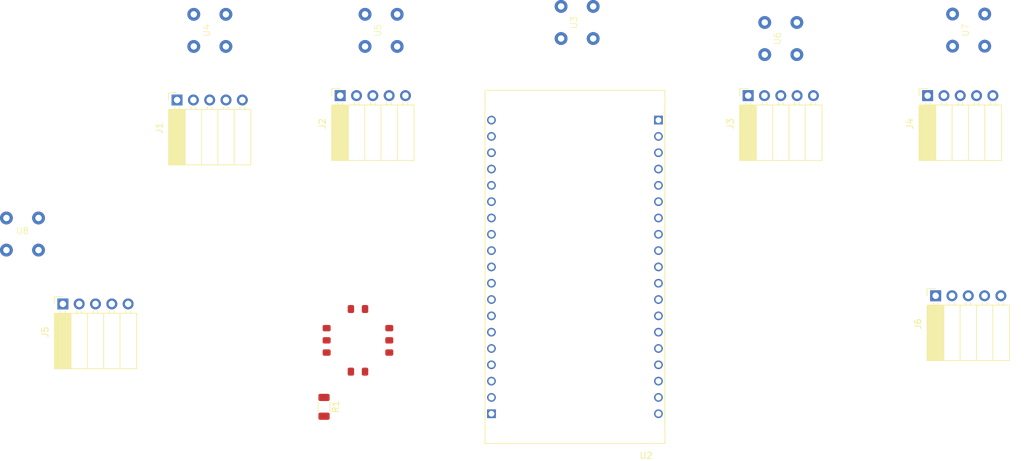
<source format=kicad_pcb>
(kicad_pcb (version 20240108) (generator "pcbnew") (generator_version "8.0")
  (layers (0 "F.Cu" signal) (31 "B.Cu" signal) (34 "B.Paste" user) (35 "F.Paste" user) (36 "B.SilkS" user "B.Silkscreen") (37 "F.SilkS" user "F.Silkscreen") (38 "B.Mask" user) (39 "F.Mask" user) (44 "Edge.Cuts" user))
  (net 0 "")
  (net 1 "CELL4-")
  (net 2 "Net-(J1-Pin_2)")
  (net 3 "Net-(J1-Pin_1)")
  (net 5 "Net-(J1-Pin_3)")
  (net 8 "VRX1")
  (net 9 "SW1")
  (net 10 "VRY2")
  (net 12 "VRY1")
  (net 15 "VRX2")
  (net 27 "+5V")
  (net 28 "GND")
  (net 29 "CELL2+")
  (net 30 "CELL3+")
  (net 31 "CELL4+")
  (net 32 "CELL1+")
  (net 44 "SW2")
  (net 45 "Net-(R1-Pad1)")
  (net 46 "BUT5")
  (net 47 "BUT1")
  (net 48 "BUT3")
  (net 49 "BUT4")
  (net 50 "BUT2")
  (footprint "Connector_PinSocket_2.54mm:PinSocket_1x05_P2.54mm_Horizontal" (layer "F.Cu") (at 175.26 82.55 90)
    (property "Reference" "J3" (at -4.38 -2.77 90) (layer "F.SilkS"))
    (property "Value" "Conn_01x05_Socket")
    (fp_line (start 1.11 -1.33) (end 1.11 0) (stroke (width 0.12)) (layer "F.SilkS"))
    (fp_line (start 0 -1.33) (end 1.11 -1.33) (stroke (width 0.12)) (layer "F.SilkS"))
    (fp_line (start -1.46 -1.33) (end -1.46 11.49) (stroke (width 0.12)) (layer "F.SilkS"))
    (fp_line (start -10.09 -1.33) (end -1.46 -1.33) (stroke (width 0.12)) (layer "F.SilkS"))
    (fp_line (start -10.09 -1.33) (end -10.09 11.49) (stroke (width 0.12)) (layer "F.SilkS"))
    (fp_line (start -10.09 -1.21) (end -1.46 -1.21) (stroke (width 0.12)) (layer "F.SilkS"))
    (fp_line (start -10.09 -1.091905) (end -1.46 -1.091905) (stroke (width 0.12)) (layer "F.SilkS"))
    (fp_line (start -10.09 -0.97381) (end -1.46 -0.97381) (stroke (width 0.12)) (layer "F.SilkS"))
    (fp_line (start -10.09 -0.855715) (end -1.46 -0.855715) (stroke (width 0.12)) (layer "F.SilkS"))
    (fp_line (start -10.09 -0.73762) (end -1.46 -0.73762) (stroke (width 0.12)) (layer "F.SilkS"))
    (fp_line (start -10.09 -0.619525) (end -1.46 -0.619525) (stroke (width 0.12)) (layer "F.SilkS"))
    (fp_line (start -10.09 -0.50143) (end -1.46 -0.50143) (stroke (width 0.12)) (layer "F.SilkS"))
    (fp_line (start -10.09 -0.383335) (end -1.46 -0.383335) (stroke (width 0.12)) (layer "F.SilkS"))
    (fp_line (start -1.46 -0.36) (end -1.11 -0.36) (stroke (width 0.12)) (layer "F.SilkS"))
    (fp_line (start -10.09 -0.26524) (end -1.46 -0.26524) (stroke (width 0.12)) (layer "F.SilkS"))
    (fp_line (start -10.09 -0.147145) (end -1.46 -0.147145) (stroke (width 0.12)) (layer "F.SilkS"))
    (fp_line (start -10.09 -0.02905) (end -1.46 -0.02905) (stroke (width 0.12)) (layer "F.SilkS"))
    (fp_line (start -10.09 0.089045) (end -1.46 0.089045) (stroke (width 0.12)) (layer "F.SilkS"))
    (fp_line (start -10.09 0.20714) (end -1.46 0.20714) (stroke (width 0.12)) (layer "F.SilkS"))
    (fp_line (start -10.09 0.325235) (end -1.46 0.325235) (stroke (width 0.12)) (layer "F.SilkS"))
    (fp_line (start -1.46 0.36) (end -1.11 0.36) (stroke (width 0.12)) (layer "F.SilkS"))
    (fp_line (start -10.09 0.44333) (end -1.46 0.44333) (stroke (width 0.12)) (layer "F.SilkS"))
    (fp_line (start -10.09 0.561425) (end -1.46 0.561425) (stroke (width 0.12)) (layer "F.SilkS"))
    (fp_line (start -10.09 0.67952) (end -1.46 0.67952) (stroke (width 0.12)) (layer "F.SilkS"))
    (fp_line (start -10.09 0.797615) (end -1.46 0.797615) (stroke (width 0.12)) (layer "F.SilkS"))
    (fp_line (start -10.09 0.91571) (end -1.46 0.91571) (stroke (width 0.12)) (layer "F.SilkS"))
    (fp_line (start -10.09 1.033805) (end -1.46 1.033805) (stroke (width 0.12)) (layer "F.SilkS"))
    (fp_line (start -10.09 1.1519) (end -1.46 1.1519) (stroke (width 0.12)) (layer "F.SilkS"))
    (fp_line (start -10.09 1.27) (end -1.46 1.27) (stroke (width 0.12)) (layer "F.SilkS"))
    (fp_line (start -1.46 2.18) (end -1.05 2.18) (stroke (width 0.12)) (layer "F.SilkS"))
    (fp_line (start -1.46 2.9) (end -1.05 2.9) (stroke (width 0.12)) (layer "F.SilkS"))
    (fp_line (start -10.09 3.81) (end -1.46 3.81) (stroke (width 0.12)) (layer "F.SilkS"))
    (fp_line (start -1.46 4.72) (end -1.05 4.72) (stroke (width 0.12)) (layer "F.SilkS"))
    (fp_line (start -1.46 5.44) (end -1.05 5.44) (stroke (width 0.12)) (layer "F.SilkS"))
    (fp_line (start -10.09 6.35) (end -1.46 6.35) (stroke (width 0.12)) (layer "F.SilkS"))
    (fp_line (start -1.46 7.26) (end -1.05 7.26) (stroke (width 0.12)) (layer "F.SilkS"))
    (fp_line (start -1.46 7.98) (end -1.05 7.98) (stroke (width 0.12)) (layer "F.SilkS"))
    (fp_line (start -10.09 8.89) (end -1.46 8.89) (stroke (width 0.12)) (layer "F.SilkS"))
    (fp_line (start -1.46 9.8) (end -1.05 9.8) (stroke (width 0.12)) (layer "F.SilkS"))
    (fp_line (start -1.46 10.52) (end -1.05 10.52) (stroke (width 0.12)) (layer "F.SilkS"))
    (fp_line (start -10.09 11.49) (end -1.46 11.49) (stroke (width 0.12)) (layer "F.SilkS"))
    (pad "1" thru_hole rect (at 0 0 90) (size 1.7 1.7) (drill 1) (layers "*.Cu" "*.Mask") (net 3 "Net-(J1-Pin_1)"))
    (pad "2" thru_hole oval (at 0 2.54 90) (size 1.7 1.7) (drill 1) (layers "*.Cu" "*.Mask") (net 2 "Net-(J1-Pin_2)"))
    (pad "3" thru_hole oval (at 0 5.08 90) (size 1.7 1.7) (drill 1) (layers "*.Cu" "*.Mask"))
    (pad "4" thru_hole oval (at 0 7.62 90) (size 1.7 1.7) (drill 1) (layers "*.Cu" "*.Mask") (net 30 "CELL3+"))
    (pad "5" thru_hole oval (at 0 10.16 90) (size 1.7 1.7) (drill 1) (layers "*.Cu" "*.Mask") (net 31 "CELL4+"))
  )
  (footprint "Batteriestecker:Batteriestecker" (layer "F.Cu") (at 209.59 72.35 90)
    (property "Reference" "U7" (at 0 -0.5 90) (layer "F.SilkS") (effects (font (thickness 0.1))))
    (property "Value" "~")
    (pad "1" thru_hole circle (at -2.5 -2.5 90) (size 2 2) (drill 1) (layers "*.Cu" "*.Mask") (net 31 "CELL4+"))
    (pad "1" thru_hole circle (at 2.5 -2.5 90) (size 2 2) (drill 1) (layers "*.Cu" "*.Mask") (net 31 "CELL4+"))
    (pad "2" thru_hole circle (at -2.5 2.5 90) (size 2 2) (drill 1) (layers "*.Cu" "*.Mask") (net 1 "CELL4-"))
    (pad "2" thru_hole circle (at 2.5 2.5 90) (size 2 2) (drill 1) (layers "*.Cu" "*.Mask") (net 1 "CELL4-"))
  )
  (footprint "Connector_PinSocket_2.54mm:PinSocket_1x05_P2.54mm_Horizontal" (layer "F.Cu") (at 86.34 83.23 90)
    (property "Reference" "J1" (at -4.38 -2.77 90) (layer "F.SilkS"))
    (property "Value" "Conn_01x05_Socket")
    (fp_line (start 1.11 -1.33) (end 1.11 0) (stroke (width 0.12)) (layer "F.SilkS"))
    (fp_line (start 0 -1.33) (end 1.11 -1.33) (stroke (width 0.12)) (layer "F.SilkS"))
    (fp_line (start -1.46 -1.33) (end -1.46 11.49) (stroke (width 0.12)) (layer "F.SilkS"))
    (fp_line (start -10.09 -1.33) (end -1.46 -1.33) (stroke (width 0.12)) (layer "F.SilkS"))
    (fp_line (start -10.09 -1.33) (end -10.09 11.49) (stroke (width 0.12)) (layer "F.SilkS"))
    (fp_line (start -10.09 -1.21) (end -1.46 -1.21) (stroke (width 0.12)) (layer "F.SilkS"))
    (fp_line (start -10.09 -1.091905) (end -1.46 -1.091905) (stroke (width 0.12)) (layer "F.SilkS"))
    (fp_line (start -10.09 -0.97381) (end -1.46 -0.97381) (stroke (width 0.12)) (layer "F.SilkS"))
    (fp_line (start -10.09 -0.855715) (end -1.46 -0.855715) (stroke (width 0.12)) (layer "F.SilkS"))
    (fp_line (start -10.09 -0.73762) (end -1.46 -0.73762) (stroke (width 0.12)) (layer "F.SilkS"))
    (fp_line (start -10.09 -0.619525) (end -1.46 -0.619525) (stroke (width 0.12)) (layer "F.SilkS"))
    (fp_line (start -10.09 -0.50143) (end -1.46 -0.50143) (stroke (width 0.12)) (layer "F.SilkS"))
    (fp_line (start -10.09 -0.383335) (end -1.46 -0.383335) (stroke (width 0.12)) (layer "F.SilkS"))
    (fp_line (start -1.46 -0.36) (end -1.11 -0.36) (stroke (width 0.12)) (layer "F.SilkS"))
    (fp_line (start -10.09 -0.26524) (end -1.46 -0.26524) (stroke (width 0.12)) (layer "F.SilkS"))
    (fp_line (start -10.09 -0.147145) (end -1.46 -0.147145) (stroke (width 0.12)) (layer "F.SilkS"))
    (fp_line (start -10.09 -0.02905) (end -1.46 -0.02905) (stroke (width 0.12)) (layer "F.SilkS"))
    (fp_line (start -10.09 0.089045) (end -1.46 0.089045) (stroke (width 0.12)) (layer "F.SilkS"))
    (fp_line (start -10.09 0.20714) (end -1.46 0.20714) (stroke (width 0.12)) (layer "F.SilkS"))
    (fp_line (start -10.09 0.325235) (end -1.46 0.325235) (stroke (width 0.12)) (layer "F.SilkS"))
    (fp_line (start -1.46 0.36) (end -1.11 0.36) (stroke (width 0.12)) (layer "F.SilkS"))
    (fp_line (start -10.09 0.44333) (end -1.46 0.44333) (stroke (width 0.12)) (layer "F.SilkS"))
    (fp_line (start -10.09 0.561425) (end -1.46 0.561425) (stroke (width 0.12)) (layer "F.SilkS"))
    (fp_line (start -10.09 0.67952) (end -1.46 0.67952) (stroke (width 0.12)) (layer "F.SilkS"))
    (fp_line (start -10.09 0.797615) (end -1.46 0.797615) (stroke (width 0.12)) (layer "F.SilkS"))
    (fp_line (start -10.09 0.91571) (end -1.46 0.91571) (stroke (width 0.12)) (layer "F.SilkS"))
    (fp_line (start -10.09 1.033805) (end -1.46 1.033805) (stroke (width 0.12)) (layer "F.SilkS"))
    (fp_line (start -10.09 1.1519) (end -1.46 1.1519) (stroke (width 0.12)) (layer "F.SilkS"))
    (fp_line (start -10.09 1.27) (end -1.46 1.27) (stroke (width 0.12)) (layer "F.SilkS"))
    (fp_line (start -1.46 2.18) (end -1.05 2.18) (stroke (width 0.12)) (layer "F.SilkS"))
    (fp_line (start -1.46 2.9) (end -1.05 2.9) (stroke (width 0.12)) (layer "F.SilkS"))
    (fp_line (start -10.09 3.81) (end -1.46 3.81) (stroke (width 0.12)) (layer "F.SilkS"))
    (fp_line (start -1.46 4.72) (end -1.05 4.72) (stroke (width 0.12)) (layer "F.SilkS"))
    (fp_line (start -1.46 5.44) (end -1.05 5.44) (stroke (width 0.12)) (layer "F.SilkS"))
    (fp_line (start -10.09 6.35) (end -1.46 6.35) (stroke (width 0.12)) (layer "F.SilkS"))
    (fp_line (start -1.46 7.26) (end -1.05 7.26) (stroke (width 0.12)) (layer "F.SilkS"))
    (fp_line (start -1.46 7.98) (end -1.05 7.98) (stroke (width 0.12)) (layer "F.SilkS"))
    (fp_line (start -10.09 8.89) (end -1.46 8.89) (stroke (width 0.12)) (layer "F.SilkS"))
    (fp_line (start -1.46 9.8) (end -1.05 9.8) (stroke (width 0.12)) (layer "F.SilkS"))
    (fp_line (start -1.46 10.52) (end -1.05 10.52) (stroke (width 0.12)) (layer "F.SilkS"))
    (fp_line (start -10.09 11.49) (end -1.46 11.49) (stroke (width 0.12)) (layer "F.SilkS"))
    (pad "1" thru_hole rect (at 0 0 90) (size 1.7 1.7) (drill 1) (layers "*.Cu" "*.Mask") (net 3 "Net-(J1-Pin_1)"))
    (pad "2" thru_hole oval (at 0 2.54 90) (size 1.7 1.7) (drill 1) (layers "*.Cu" "*.Mask") (net 2 "Net-(J1-Pin_2)"))
    (pad "3" thru_hole oval (at 0 5.08 90) (size 1.7 1.7) (drill 1) (layers "*.Cu" "*.Mask") (net 5 "Net-(J1-Pin_3)"))
    (pad "4" thru_hole oval (at 0 7.62 90) (size 1.7 1.7) (drill 1) (layers "*.Cu" "*.Mask") (net 32 "CELL1+"))
    (pad "5" thru_hole oval (at 0 10.16 90) (size 1.7 1.7) (drill 1) (layers "*.Cu" "*.Mask") (net 29 "CELL2+"))
  )
  (footprint "Batteriestecker:Batteriestecker" (layer "F.Cu") (at 148.63 71.16 90)
    (property "Reference" "U3" (at 0 -0.5 90) (layer "F.SilkS") (effects (font (thickness 0.1))))
    (property "Value" "~")
    (pad "1" thru_hole circle (at -2.5 -2.5 90) (size 2 2) (drill 1) (layers "*.Cu" "*.Mask") (net 5 "Net-(J1-Pin_3)"))
    (pad "1" thru_hole circle (at 2.5 -2.5 90) (size 2 2) (drill 1) (layers "*.Cu" "*.Mask") (net 5 "Net-(J1-Pin_3)"))
    (pad "2" thru_hole circle (at -2.5 2.5 90) (size 2 2) (drill 1) (layers "*.Cu" "*.Mask") (net 1 "CELL4-"))
    (pad "2" thru_hole circle (at 2.5 2.5 90) (size 2 2) (drill 1) (layers "*.Cu" "*.Mask") (net 1 "CELL4-"))
  )
  (footprint "Batteriestecker:Batteriestecker" (layer "F.Cu") (at 118.11 72.39 90)
    (property "Reference" "U5" (at 0 -0.5 90) (layer "F.SilkS") (effects (font (thickness 0.1))))
    (property "Value" "~")
    (pad "1" thru_hole circle (at -2.5 -2.5 90) (size 2 2) (drill 1) (layers "*.Cu" "*.Mask") (net 29 "CELL2+"))
    (pad "1" thru_hole circle (at 2.5 -2.5 90) (size 2 2) (drill 1) (layers "*.Cu" "*.Mask") (net 29 "CELL2+"))
    (pad "2" thru_hole circle (at -2.5 2.5 90) (size 2 2) (drill 1) (layers "*.Cu" "*.Mask") (net 30 "CELL3+"))
    (pad "2" thru_hole circle (at 2.5 2.5 90) (size 2 2) (drill 1) (layers "*.Cu" "*.Mask") (net 30 "CELL3+"))
  )
  (footprint "Connector_PinSocket_2.54mm:PinSocket_1x05_P2.54mm_Horizontal" (layer "F.Cu") (at 203.2 82.55 90)
    (property "Reference" "J4" (at -4.38 -2.77 90) (layer "F.SilkS"))
    (property "Value" "Conn_01x05_Socket")
    (fp_line (start 1.11 -1.33) (end 1.11 0) (stroke (width 0.12)) (layer "F.SilkS"))
    (fp_line (start 0 -1.33) (end 1.11 -1.33) (stroke (width 0.12)) (layer "F.SilkS"))
    (fp_line (start -1.46 -1.33) (end -1.46 11.49) (stroke (width 0.12)) (layer "F.SilkS"))
    (fp_line (start -10.09 -1.33) (end -1.46 -1.33) (stroke (width 0.12)) (layer "F.SilkS"))
    (fp_line (start -10.09 -1.33) (end -10.09 11.49) (stroke (width 0.12)) (layer "F.SilkS"))
    (fp_line (start -10.09 -1.21) (end -1.46 -1.21) (stroke (width 0.12)) (layer "F.SilkS"))
    (fp_line (start -10.09 -1.091905) (end -1.46 -1.091905) (stroke (width 0.12)) (layer "F.SilkS"))
    (fp_line (start -10.09 -0.97381) (end -1.46 -0.97381) (stroke (width 0.12)) (layer "F.SilkS"))
    (fp_line (start -10.09 -0.855715) (end -1.46 -0.855715) (stroke (width 0.12)) (layer "F.SilkS"))
    (fp_line (start -10.09 -0.73762) (end -1.46 -0.73762) (stroke (width 0.12)) (layer "F.SilkS"))
    (fp_line (start -10.09 -0.619525) (end -1.46 -0.619525) (stroke (width 0.12)) (layer "F.SilkS"))
    (fp_line (start -10.09 -0.50143) (end -1.46 -0.50143) (stroke (width 0.12)) (layer "F.SilkS"))
    (fp_line (start -10.09 -0.383335) (end -1.46 -0.383335) (stroke (width 0.12)) (layer "F.SilkS"))
    (fp_line (start -1.46 -0.36) (end -1.11 -0.36) (stroke (width 0.12)) (layer "F.SilkS"))
    (fp_line (start -10.09 -0.26524) (end -1.46 -0.26524) (stroke (width 0.12)) (layer "F.SilkS"))
    (fp_line (start -10.09 -0.147145) (end -1.46 -0.147145) (stroke (width 0.12)) (layer "F.SilkS"))
    (fp_line (start -10.09 -0.02905) (end -1.46 -0.02905) (stroke (width 0.12)) (layer "F.SilkS"))
    (fp_line (start -10.09 0.089045) (end -1.46 0.089045) (stroke (width 0.12)) (layer "F.SilkS"))
    (fp_line (start -10.09 0.20714) (end -1.46 0.20714) (stroke (width 0.12)) (layer "F.SilkS"))
    (fp_line (start -10.09 0.325235) (end -1.46 0.325235) (stroke (width 0.12)) (layer "F.SilkS"))
    (fp_line (start -1.46 0.36) (end -1.11 0.36) (stroke (width 0.12)) (layer "F.SilkS"))
    (fp_line (start -10.09 0.44333) (end -1.46 0.44333) (stroke (width 0.12)) (layer "F.SilkS"))
    (fp_line (start -10.09 0.561425) (end -1.46 0.561425) (stroke (width 0.12)) (layer "F.SilkS"))
    (fp_line (start -10.09 0.67952) (end -1.46 0.67952) (stroke (width 0.12)) (layer "F.SilkS"))
    (fp_line (start -10.09 0.797615) (end -1.46 0.797615) (stroke (width 0.12)) (layer "F.SilkS"))
    (fp_line (start -10.09 0.91571) (end -1.46 0.91571) (stroke (width 0.12)) (layer "F.SilkS"))
    (fp_line (start -10.09 1.033805) (end -1.46 1.033805) (stroke (width 0.12)) (layer "F.SilkS"))
    (fp_line (start -10.09 1.1519) (end -1.46 1.1519) (stroke (width 0.12)) (layer "F.SilkS"))
    (fp_line (start -10.09 1.27) (end -1.46 1.27) (stroke (width 0.12)) (layer "F.SilkS"))
    (fp_line (start -1.46 2.18) (end -1.05 2.18) (stroke (width 0.12)) (layer "F.SilkS"))
    (fp_line (start -1.46 2.9) (end -1.05 2.9) (stroke (width 0.12)) (layer "F.SilkS"))
    (fp_line (start -10.09 3.81) (end -1.46 3.81) (stroke (width 0.12)) (layer "F.SilkS"))
    (fp_line (start -1.46 4.72) (end -1.05 4.72) (stroke (width 0.12)) (layer "F.SilkS"))
    (fp_line (start -1.46 5.44) (end -1.05 5.44) (stroke (width 0.12)) (layer "F.SilkS"))
    (fp_line (start -10.09 6.35) (end -1.46 6.35) (stroke (width 0.12)) (layer "F.SilkS"))
    (fp_line (start -1.46 7.26) (end -1.05 7.26) (stroke (width 0.12)) (layer "F.SilkS"))
    (fp_line (start -1.46 7.98) (end -1.05 7.98) (stroke (width 0.12)) (layer "F.SilkS"))
    (fp_line (start -10.09 8.89) (end -1.46 8.89) (stroke (width 0.12)) (layer "F.SilkS"))
    (fp_line (start -1.46 9.8) (end -1.05 9.8) (stroke (width 0.12)) (layer "F.SilkS"))
    (fp_line (start -1.46 10.52) (end -1.05 10.52) (stroke (width 0.12)) (layer "F.SilkS"))
    (fp_line (start -10.09 11.49) (end -1.46 11.49) (stroke (width 0.12)) (layer "F.SilkS"))
    (pad "1" thru_hole rect (at 0 0 90) (size 1.7 1.7) (drill 1) (layers "*.Cu" "*.Mask") (net 3 "Net-(J1-Pin_1)"))
    (pad "2" thru_hole oval (at 0 2.54 90) (size 1.7 1.7) (drill 1) (layers "*.Cu" "*.Mask") (net 2 "Net-(J1-Pin_2)"))
    (pad "3" thru_hole oval (at 0 5.08 90) (size 1.7 1.7) (drill 1) (layers "*.Cu" "*.Mask"))
    (pad "4" thru_hole oval (at 0 7.62 90) (size 1.7 1.7) (drill 1) (layers "*.Cu" "*.Mask") (net 31 "CELL4+"))
    (pad "5" thru_hole oval (at 0 10.16 90) (size 1.7 1.7) (drill 1) (layers "*.Cu" "*.Mask") (net 1 "CELL4-"))
  )
  (footprint "Library:Steuerkreuz" (layer "F.Cu") (at 114.505 120.65)
    (property "Reference" "U1" (hide yes))
    (property "Value" "~" (hide yes))
    (pad "1" smd roundrect (at 1.1 4.875 90) (size 1.25 1) (layers "F.Cu" "F.Paste" "F.Mask") (net 47 "BUT1"))
    (pad "2" smd roundrect (at -1.1 4.875 90) (size 1.25 1) (layers "F.Cu" "F.Paste" "F.Mask") (net 50 "BUT2"))
    (pad "3" smd roundrect (at -4.875 1.9 180) (size 1.25 1) (layers "F.Cu" "F.Paste" "F.Mask") (net 45 "Net-(R1-Pad1)"))
    (pad "4" smd roundrect (at -4.875 0 180) (size 1.25 1) (layers "F.Cu" "F.Paste" "F.Mask") (net 48 "BUT3"))
    (pad "5" smd roundrect (at -4.875 -1.9 180) (size 1.25 1) (layers "F.Cu" "F.Paste" "F.Mask") (net 49 "BUT4"))
    (pad "6" smd roundrect (at -1.1 -4.875 270) (size 1.25 1) (layers "F.Cu" "F.Paste" "F.Mask") (net 45 "Net-(R1-Pad1)"))
    (pad "7" smd roundrect (at 1.1 -4.875 270) (size 1.25 1) (layers "F.Cu" "F.Paste" "F.Mask") (net 46 "BUT5"))
    (pad "8" smd roundrect (at 4.875 -1.9) (size 1.25 1) (layers "F.Cu" "F.Paste" "F.Mask") (net 45 "Net-(R1-Pad1)"))
    (pad "9" smd roundrect (at 4.875 0) (size 1.25 1) (layers "F.Cu" "F.Paste" "F.Mask") (net 45 "Net-(R1-Pad1)"))
    (pad "10" smd roundrect (at 4.875 1.9) (size 1.25 1) (layers "F.Cu" "F.Paste" "F.Mask") (net 45 "Net-(R1-Pad1)"))
  )
  (footprint "Batteriestecker:Batteriestecker" (layer "F.Cu") (at 62.27 104.1)
    (property "Reference" "U8" (at 0 -0.5 0) (layer "F.SilkS") (effects (font (thickness 0.1))))
    (property "Value" "~")
    (pad "1" thru_hole circle (at -2.5 -2.5) (size 2 2) (drill 1) (layers "*.Cu" "*.Mask") (net 27 "+5V"))
    (pad "1" thru_hole circle (at 2.5 -2.5) (size 2 2) (drill 1) (layers "*.Cu" "*.Mask") (net 27 "+5V"))
    (pad "2" thru_hole circle (at -2.5 2.5) (size 2 2) (drill 1) (layers "*.Cu" "*.Mask") (net 28 "GND"))
    (pad "2" thru_hole circle (at 2.5 2.5) (size 2 2) (drill 1) (layers "*.Cu" "*.Mask") (net 28 "GND"))
  )
  (footprint "Batteriestecker:Batteriestecker" (layer "F.Cu") (at 180.34 73.66 90)
    (property "Reference" "U6" (at 0 -0.5 90) (layer "F.SilkS") (effects (font (thickness 0.1))))
    (property "Value" "~")
    (pad "1" thru_hole circle (at -2.5 -2.5 90) (size 2 2) (drill 1) (layers "*.Cu" "*.Mask") (net 30 "CELL3+"))
    (pad "1" thru_hole circle (at 2.5 -2.5 90) (size 2 2) (drill 1) (layers "*.Cu" "*.Mask") (net 30 "CELL3+"))
    (pad "2" thru_hole circle (at -2.5 2.5 90) (size 2 2) (drill 1) (layers "*.Cu" "*.Mask") (net 31 "CELL4+"))
    (pad "2" thru_hole circle (at 2.5 2.5 90) (size 2 2) (drill 1) (layers "*.Cu" "*.Mask") (net 31 "CELL4+"))
  )
  (footprint "Connector_PinSocket_2.54mm:PinSocket_1x05_P2.54mm_Horizontal" (layer "F.Cu") (at 111.74 82.55 90)
    (property "Reference" "J2" (at -4.38 -2.77 90) (layer "F.SilkS"))
    (property "Value" "Conn_01x05_Socket")
    (fp_line (start 1.11 -1.33) (end 1.11 0) (stroke (width 0.12)) (layer "F.SilkS"))
    (fp_line (start 0 -1.33) (end 1.11 -1.33) (stroke (width 0.12)) (layer "F.SilkS"))
    (fp_line (start -1.46 -1.33) (end -1.46 11.49) (stroke (width 0.12)) (layer "F.SilkS"))
    (fp_line (start -10.09 -1.33) (end -1.46 -1.33) (stroke (width 0.12)) (layer "F.SilkS"))
    (fp_line (start -10.09 -1.33) (end -10.09 11.49) (stroke (width 0.12)) (layer "F.SilkS"))
    (fp_line (start -10.09 -1.21) (end -1.46 -1.21) (stroke (width 0.12)) (layer "F.SilkS"))
    (fp_line (start -10.09 -1.091905) (end -1.46 -1.091905) (stroke (width 0.12)) (layer "F.SilkS"))
    (fp_line (start -10.09 -0.97381) (end -1.46 -0.97381) (stroke (width 0.12)) (layer "F.SilkS"))
    (fp_line (start -10.09 -0.855715) (end -1.46 -0.855715) (stroke (width 0.12)) (layer "F.SilkS"))
    (fp_line (start -10.09 -0.73762) (end -1.46 -0.73762) (stroke (width 0.12)) (layer "F.SilkS"))
    (fp_line (start -10.09 -0.619525) (end -1.46 -0.619525) (stroke (width 0.12)) (layer "F.SilkS"))
    (fp_line (start -10.09 -0.50143) (end -1.46 -0.50143) (stroke (width 0.12)) (layer "F.SilkS"))
    (fp_line (start -10.09 -0.383335) (end -1.46 -0.383335) (stroke (width 0.12)) (layer "F.SilkS"))
    (fp_line (start -1.46 -0.36) (end -1.11 -0.36) (stroke (width 0.12)) (layer "F.SilkS"))
    (fp_line (start -10.09 -0.26524) (end -1.46 -0.26524) (stroke (width 0.12)) (layer "F.SilkS"))
    (fp_line (start -10.09 -0.147145) (end -1.46 -0.147145) (stroke (width 0.12)) (layer "F.SilkS"))
    (fp_line (start -10.09 -0.02905) (end -1.46 -0.02905) (stroke (width 0.12)) (layer "F.SilkS"))
    (fp_line (start -10.09 0.089045) (end -1.46 0.089045) (stroke (width 0.12)) (layer "F.SilkS"))
    (fp_line (start -10.09 0.20714) (end -1.46 0.20714) (stroke (width 0.12)) (layer "F.SilkS"))
    (fp_line (start -10.09 0.325235) (end -1.46 0.325235) (stroke (width 0.12)) (layer "F.SilkS"))
    (fp_line (start -1.46 0.36) (end -1.11 0.36) (stroke (width 0.12)) (layer "F.SilkS"))
    (fp_line (start -10.09 0.44333) (end -1.46 0.44333) (stroke (width 0.12)) (layer "F.SilkS"))
    (fp_line (start -10.09 0.561425) (end -1.46 0.561425) (stroke (width 0.12)) (layer "F.SilkS"))
    (fp_line (start -10.09 0.67952) (end -1.46 0.67952) (stroke (width 0.12)) (layer "F.SilkS"))
    (fp_line (start -10.09 0.797615) (end -1.46 0.797615) (stroke (width 0.12)) (layer "F.SilkS"))
    (fp_line (start -10.09 0.91571) (end -1.46 0.91571) (stroke (width 0.12)) (layer "F.SilkS"))
    (fp_line (start -10.09 1.033805) (end -1.46 1.033805) (stroke (width 0.12)) (layer "F.SilkS"))
    (fp_line (start -10.09 1.1519) (end -1.46 1.1519) (stroke (width 0.12)) (layer "F.SilkS"))
    (fp_line (start -10.09 1.27) (end -1.46 1.27) (stroke (width 0.12)) (layer "F.SilkS"))
    (fp_line (start -1.46 2.18) (end -1.05 2.18) (stroke (width 0.12)) (layer "F.SilkS"))
    (fp_line (start -1.46 2.9) (end -1.05 2.9) (stroke (width 0.12)) (layer "F.SilkS"))
    (fp_line (start -10.09 3.81) (end -1.46 3.81) (stroke (width 0.12)) (layer "F.SilkS"))
    (fp_line (start -1.46 4.72) (end -1.05 4.72) (stroke (width 0.12)) (layer "F.SilkS"))
    (fp_line (start -1.46 5.44) (end -1.05 5.44) (stroke (width 0.12)) (layer "F.SilkS"))
    (fp_line (start -10.09 6.35) (end -1.46 6.35) (stroke (width 0.12)) (layer "F.SilkS"))
    (fp_line (start -1.46 7.26) (end -1.05 7.26) (stroke (width 0.12)) (layer "F.SilkS"))
    (fp_line (start -1.46 7.98) (end -1.05 7.98) (stroke (width 0.12)) (layer "F.SilkS"))
    (fp_line (start -10.09 8.89) (end -1.46 8.89) (stroke (width 0.12)) (layer "F.SilkS"))
    (fp_line (start -1.46 9.8) (end -1.05 9.8) (stroke (width 0.12)) (layer "F.SilkS"))
    (fp_line (start -1.46 10.52) (end -1.05 10.52) (stroke (width 0.12)) (layer "F.SilkS"))
    (fp_line (start -10.09 11.49) (end -1.46 11.49) (stroke (width 0.12)) (layer "F.SilkS"))
    (pad "1" thru_hole rect (at 0 0 90) (size 1.7 1.7) (drill 1) (layers "*.Cu" "*.Mask") (net 3 "Net-(J1-Pin_1)"))
    (pad "2" thru_hole oval (at 0 2.54 90) (size 1.7 1.7) (drill 1) (layers "*.Cu" "*.Mask") (net 2 "Net-(J1-Pin_2)"))
    (pad "3" thru_hole oval (at 0 5.08 90) (size 1.7 1.7) (drill 1) (layers "*.Cu" "*.Mask"))
    (pad "4" thru_hole oval (at 0 7.62 90) (size 1.7 1.7) (drill 1) (layers "*.Cu" "*.Mask") (net 29 "CELL2+"))
    (pad "5" thru_hole oval (at 0 10.16 90) (size 1.7 1.7) (drill 1) (layers "*.Cu" "*.Mask") (net 30 "CELL3+"))
  )
  (footprint "Resistor_SMD:R_1206_3216Metric" (layer "F.Cu") (at 109.22 131.0025 -90)
    (property "Reference" "R1" (at 0 -1.82 90) (layer "F.SilkS"))
    (property "Value" "10k")
    (fp_line (start -0.727064 0.91) (end 0.727064 0.91) (stroke (width 0.12)) (layer "F.SilkS"))
    (fp_line (start -0.727064 -0.91) (end 0.727064 -0.91) (stroke (width 0.12)) (layer "F.SilkS"))
    (pad "1" smd roundrect (at -1.4625 0 270) (size 1.125 1.75) (layers "F.Cu" "F.Paste" "F.Mask") (roundrect_rratio 0.222222) (net 45 "Net-(R1-Pad1)"))
    (pad "2" smd roundrect (at 1.4625 0 270) (size 1.125 1.75) (layers "F.Cu" "F.Paste" "F.Mask") (roundrect_rratio 0.222222) (net 28 "GND"))
  )
  (footprint "Batteriestecker:Batteriestecker" (layer "F.Cu") (at 91.44 72.39 90)
    (property "Reference" "U4" (at 0 -0.5 90) (layer "F.SilkS") (effects (font (thickness 0.1))))
    (property "Value" "~")
    (pad "1" thru_hole circle (at -2.5 -2.5 90) (size 2 2) (drill 1) (layers "*.Cu" "*.Mask") (net 32 "CELL1+"))
    (pad "1" thru_hole circle (at 2.5 -2.5 90) (size 2 2) (drill 1) (layers "*.Cu" "*.Mask") (net 32 "CELL1+"))
    (pad "2" thru_hole circle (at -2.5 2.5 90) (size 2 2) (drill 1) (layers "*.Cu" "*.Mask") (net 29 "CELL2+"))
    (pad "2" thru_hole circle (at 2.5 2.5 90) (size 2 2) (drill 1) (layers "*.Cu" "*.Mask") (net 29 "CELL2+"))
  )
  (footprint "Connector_PinSocket_2.54mm:PinSocket_1x05_P2.54mm_Horizontal" (layer "F.Cu") (at 68.56 114.98 90)
    (property "Reference" "J5" (at -4.38 -2.77 90) (layer "F.SilkS"))
    (property "Value" "Conn_01x05_Socket")
    (fp_line (start 1.11 -1.33) (end 1.11 0) (stroke (width 0.12)) (layer "F.SilkS"))
    (fp_line (start 0 -1.33) (end 1.11 -1.33) (stroke (width 0.12)) (layer "F.SilkS"))
    (fp_line (start -1.46 -1.33) (end -1.46 11.49) (stroke (width 0.12)) (layer "F.SilkS"))
    (fp_line (start -10.09 -1.33) (end -1.46 -1.33) (stroke (width 0.12)) (layer "F.SilkS"))
    (fp_line (start -10.09 -1.33) (end -10.09 11.49) (stroke (width 0.12)) (layer "F.SilkS"))
    (fp_line (start -10.09 -1.21) (end -1.46 -1.21) (stroke (width 0.12)) (layer "F.SilkS"))
    (fp_line (start -10.09 -1.091905) (end -1.46 -1.091905) (stroke (width 0.12)) (layer "F.SilkS"))
    (fp_line (start -10.09 -0.97381) (end -1.46 -0.97381) (stroke (width 0.12)) (layer "F.SilkS"))
    (fp_line (start -10.09 -0.855715) (end -1.46 -0.855715) (stroke (width 0.12)) (layer "F.SilkS"))
    (fp_line (start -10.09 -0.73762) (end -1.46 -0.73762) (stroke (width 0.12)) (layer "F.SilkS"))
    (fp_line (start -10.09 -0.619525) (end -1.46 -0.619525) (stroke (width 0.12)) (layer "F.SilkS"))
    (fp_line (start -10.09 -0.50143) (end -1.46 -0.50143) (stroke (width 0.12)) (layer "F.SilkS"))
    (fp_line (start -10.09 -0.383335) (end -1.46 -0.383335) (stroke (width 0.12)) (layer "F.SilkS"))
    (fp_line (start -1.46 -0.36) (end -1.11 -0.36) (stroke (width 0.12)) (layer "F.SilkS"))
    (fp_line (start -10.09 -0.26524) (end -1.46 -0.26524) (stroke (width 0.12)) (layer "F.SilkS"))
    (fp_line (start -10.09 -0.147145) (end -1.46 -0.147145) (stroke (width 0.12)) (layer "F.SilkS"))
    (fp_line (start -10.09 -0.02905) (end -1.46 -0.02905) (stroke (width 0.12)) (layer "F.SilkS"))
    (fp_line (start -10.09 0.089045) (end -1.46 0.089045) (stroke (width 0.12)) (layer "F.SilkS"))
    (fp_line (start -10.09 0.20714) (end -1.46 0.20714) (stroke (width 0.12)) (layer "F.SilkS"))
    (fp_line (start -10.09 0.325235) (end -1.46 0.325235) (stroke (width 0.12)) (layer "F.SilkS"))
    (fp_line (start -1.46 0.36) (end -1.11 0.36) (stroke (width 0.12)) (layer "F.SilkS"))
    (fp_line (start -10.09 0.44333) (end -1.46 0.44333) (stroke (width 0.12)) (layer "F.SilkS"))
    (fp_line (start -10.09 0.561425) (end -1.46 0.561425) (stroke (width 0.12)) (layer "F.SilkS"))
    (fp_line (start -10.09 0.67952) (end -1.46 0.67952) (stroke (width 0.12)) (layer "F.SilkS"))
    (fp_line (start -10.09 0.797615) (end -1.46 0.797615) (stroke (width 0.12)) (layer "F.SilkS"))
    (fp_line (start -10.09 0.91571) (end -1.46 0.91571) (stroke (width 0.12)) (layer "F.SilkS"))
    (fp_line (start -10.09 1.033805) (end -1.46 1.033805) (stroke (width 0.12)) (layer "F.SilkS"))
    (fp_line (start -10.09 1.1519) (end -1.46 1.1519) (stroke (width 0.12)) (layer "F.SilkS"))
    (fp_line (start -10.09 1.27) (end -1.46 1.27) (stroke (width 0.12)) (layer "F.SilkS"))
    (fp_line (start -1.46 2.18) (end -1.05 2.18) (stroke (width 0.12)) (layer "F.SilkS"))
    (fp_line (start -1.46 2.9) (end -1.05 2.9) (stroke (width 0.12)) (layer "F.SilkS"))
    (fp_line (start -10.09 3.81) (end -1.46 3.81) (stroke (width 0.12)) (layer "F.SilkS"))
    (fp_line (start -1.46 4.72) (end -1.05 4.72) (stroke (width 0.12)) (layer "F.SilkS"))
    (fp_line (start -1.46 5.44) (end -1.05 5.44) (stroke (width 0.12)) (layer "F.SilkS"))
    (fp_line (start -10.09 6.35) (end -1.46 6.35) (stroke (width 0.12)) (layer "F.SilkS"))
    (fp_line (start -1.46 7.26) (end -1.05 7.26) (stroke (width 0.12)) (layer "F.SilkS"))
    (fp_line (start -1.46 7.98) (end -1.05 7.98) (stroke (width 0.12)) (layer "F.SilkS"))
    (fp_line (start -10.09 8.89) (end -1.46 8.89) (stroke (width 0.12)) (layer "F.SilkS"))
    (fp_line (start -1.46 9.8) (end -1.05 9.8) (stroke (width 0.12)) (layer "F.SilkS"))
    (fp_line (start -1.46 10.52) (end -1.05 10.52) (stroke (width 0.12)) (layer "F.SilkS"))
    (fp_line (start -10.09 11.49) (end -1.46 11.49) (stroke (width 0.12)) (layer "F.SilkS"))
    (pad "1" thru_hole rect (at 0 0 90) (size 1.7 1.7) (drill 1) (layers "*.Cu" "*.Mask") (net 28 "GND"))
    (pad "2" thru_hole oval (at 0 2.54 90) (size 1.7 1.7) (drill 1) (layers "*.Cu" "*.Mask") (net 27 "+5V"))
    (pad "3" thru_hole oval (at 0 5.08 90) (size 1.7 1.7) (drill 1) (layers "*.Cu" "*.Mask") (net 8 "VRX1"))
    (pad "4" thru_hole oval (at 0 7.62 90) (size 1.7 1.7) (drill 1) (layers "*.Cu" "*.Mask") (net 12 "VRY1"))
    (pad "5" thru_hole oval (at 0 10.16 90) (size 1.7 1.7) (drill 1) (layers "*.Cu" "*.Mask") (net 9 "SW1"))
  )
  (footprint "Connector_PinSocket_2.54mm:PinSocket_1x05_P2.54mm_Horizontal" (layer "F.Cu") (at 204.45 113.71 90)
    (property "Reference" "J6" (at -4.38 -2.77 90) (layer "F.SilkS"))
    (property "Value" "Conn_01x05_Socket")
    (fp_line (start 1.11 -1.33) (end 1.11 0) (stroke (width 0.12)) (layer "F.SilkS"))
    (fp_line (start 0 -1.33) (end 1.11 -1.33) (stroke (width 0.12)) (layer "F.SilkS"))
    (fp_line (start -1.46 -1.33) (end -1.46 11.49) (stroke (width 0.12)) (layer "F.SilkS"))
    (fp_line (start -10.09 -1.33) (end -1.46 -1.33) (stroke (width 0.12)) (layer "F.SilkS"))
    (fp_line (start -10.09 -1.33) (end -10.09 11.49) (stroke (width 0.12)) (layer "F.SilkS"))
    (fp_line (start -10.09 -1.21) (end -1.46 -1.21) (stroke (width 0.12)) (layer "F.SilkS"))
    (fp_line (start -10.09 -1.091905) (end -1.46 -1.091905) (stroke (width 0.12)) (layer "F.SilkS"))
    (fp_line (start -10.09 -0.97381) (end -1.46 -0.97381) (stroke (width 0.12)) (layer "F.SilkS"))
    (fp_line (start -10.09 -0.855715) (end -1.46 -0.855715) (stroke (width 0.12)) (layer "F.SilkS"))
    (fp_line (start -10.09 -0.73762) (end -1.46 -0.73762) (stroke (width 0.12)) (layer "F.SilkS"))
    (fp_line (start -10.09 -0.619525) (end -1.46 -0.619525) (stroke (width 0.12)) (layer "F.SilkS"))
    (fp_line (start -10.09 -0.50143) (end -1.46 -0.50143) (stroke (width 0.12)) (layer "F.SilkS"))
    (fp_line (start -10.09 -0.383335) (end -1.46 -0.383335) (stroke (width 0.12)) (layer "F.SilkS"))
    (fp_line (start -1.46 -0.36) (end -1.11 -0.36) (stroke (width 0.12)) (layer "F.SilkS"))
    (fp_line (start -10.09 -0.26524) (end -1.46 -0.26524) (stroke (width 0.12)) (layer "F.SilkS"))
    (fp_line (start -10.09 -0.147145) (end -1.46 -0.147145) (stroke (width 0.12)) (layer "F.SilkS"))
    (fp_line (start -10.09 -0.02905) (end -1.46 -0.02905) (stroke (width 0.12)) (layer "F.SilkS"))
    (fp_line (start -10.09 0.089045) (end -1.46 0.089045) (stroke (width 0.12)) (layer "F.SilkS"))
    (fp_line (start -10.09 0.20714) (end -1.46 0.20714) (stroke (width 0.12)) (layer "F.SilkS"))
    (fp_line (start -10.09 0.325235) (end -1.46 0.325235) (stroke (width 0.12)) (layer "F.SilkS"))
    (fp_line (start -1.46 0.36) (end -1.11 0.36) (stroke (width 0.12)) (layer "F.SilkS"))
    (fp_line (start -10.09 0.44333) (end -1.46 0.44333) (stroke (width 0.12)) (layer "F.SilkS"))
    (fp_line (start -10.09 0.561425) (end -1.46 0.561425) (stroke (width 0.12)) (layer "F.SilkS"))
    (fp_line (start -10.09 0.67952) (end -1.46 0.67952) (stroke (width 0.12)) (layer "F.SilkS"))
    (fp_line (start -10.09 0.797615) (end -1.46 0.797615) (stroke (width 0.12)) (layer "F.SilkS"))
    (fp_line (start -10.09 0.91571) (end -1.46 0.91571) (stroke (width 0.12)) (layer "F.SilkS"))
    (fp_line (start -10.09 1.033805) (end -1.46 1.033805) (stroke (width 0.12)) (layer "F.SilkS"))
    (fp_line (start -10.09 1.1519) (end -1.46 1.1519) (stroke (width 0.12)) (layer "F.SilkS"))
    (fp_line (start -10.09 1.27) (end -1.46 1.27) (stroke (width 0.12)) (layer "F.SilkS"))
    (fp_line (start -1.46 2.18) (end -1.05 2.18) (stroke (width 0.12)) (layer "F.SilkS"))
    (fp_line (start -1.46 2.9) (end -1.05 2.9) (stroke (width 0.12)) (layer "F.SilkS"))
    (fp_line (start -10.09 3.81) (end -1.46 3.81) (stroke (width 0.12)) (layer "F.SilkS"))
    (fp_line (start -1.46 4.72) (end -1.05 4.72) (stroke (width 0.12)) (layer "F.SilkS"))
    (fp_line (start -1.46 5.44) (end -1.05 5.44) (stroke (width 0.12)) (layer "F.SilkS"))
    (fp_line (start -10.09 6.35) (end -1.46 6.35) (stroke (width 0.12)) (layer "F.SilkS"))
    (fp_line (start -1.46 7.26) (end -1.05 7.26) (stroke (width 0.12)) (layer "F.SilkS"))
    (fp_line (start -1.46 7.98) (end -1.05 7.98) (stroke (width 0.12)) (layer "F.SilkS"))
    (fp_line (start -10.09 8.89) (end -1.46 8.89) (stroke (width 0.12)) (layer "F.SilkS"))
    (fp_line (start -1.46 9.8) (end -1.05 9.8) (stroke (width 0.12)) (layer "F.SilkS"))
    (fp_line (start -1.46 10.52) (end -1.05 10.52) (stroke (width 0.12)) (layer "F.SilkS"))
    (fp_line (start -10.09 11.49) (end -1.46 11.49) (stroke (width 0.12)) (layer "F.SilkS"))
    (pad "1" thru_hole rect (at 0 0 90) (size 1.7 1.7) (drill 1) (layers "*.Cu" "*.Mask") (net 28 "GND"))
    (pad "2" thru_hole oval (at 0 2.54 90) (size 1.7 1.7) (drill 1) (layers "*.Cu" "*.Mask") (net 27 "+5V"))
    (pad "3" thru_hole oval (at 0 5.08 90) (size 1.7 1.7) (drill 1) (layers "*.Cu" "*.Mask") (net 15 "VRX2"))
    (pad "4" thru_hole oval (at 0 7.62 90) (size 1.7 1.7) (drill 1) (layers "*.Cu" "*.Mask") (net 10 "VRY2"))
    (pad "5" thru_hole oval (at 0 10.16 90) (size 1.7 1.7) (drill 1) (layers "*.Cu" "*.Mask") (net 44 "SW2"))
  )
  (footprint "ESP32_NODEMCU:MODULE_ESP32_NODEMCU" (layer "F.Cu") (at 148.29 109.22 180)
    (property "Reference" "U2" (at -11.075 -29.385 360) (layer "F.SilkS"))
    (property "Value" "ESP32_NODEMCU")
    (fp_line (start 14 -27.5) (end 14 27.5) (stroke (width 0.127)) (layer "F.SilkS"))
    (fp_line (start -14 27.5) (end 14 27.5) (stroke (width 0.127)) (layer "F.SilkS"))
    (fp_line (start -14 -27.5) (end 14 -27.5) (stroke (width 0.127)) (layer "F.SilkS"))
    (fp_line (start -14 -27.5) (end -14 27.5) (stroke (width 0.127)) (layer "F.SilkS"))
    (pad "" np_thru_hole circle (at -12.5 -26 180) (size 2.25 2.25) (drill 2.25) (layers "*.Cu" "*.Mask"))
    (pad "" np_thru_hole circle (at -12.5 26 180) (size 2.25 2.25) (drill 2.25) (layers "*.Cu" "*.Mask"))
    (pad "" np_thru_hole circle (at 12.5 -26 180) (size 2.25 2.25) (drill 2.25) (layers "*.Cu" "*.Mask"))
    (pad "" np_thru_hole circle (at 12.5 26 180) (size 2.25 2.25) (drill 2.25) (layers "*.Cu" "*.Mask"))
    (pad "J4_1" thru_hole rect (at 13 -22.86 180) (size 1.35 1.35) (drill 0.9) (layers "*.Cu" "*.Mask"))
    (pad "J4_2" thru_hole circle (at 13 -20.32 180) (size 1.35 1.35) (drill 0.9) (layers "*.Cu" "*.Mask") (net 50 "BUT2"))
    (pad "J4_3" thru_hole circle (at 13 -17.78 180) (size 1.35 1.35) (drill 0.9) (layers "*.Cu" "*.Mask") (net 48 "BUT3"))
    (pad "J4_4" thru_hole circle (at 13 -15.24 180) (size 1.35 1.35) (drill 0.9) (layers "*.Cu" "*.Mask"))
    (pad "J4_5" thru_hole circle (at 13 -12.7 180) (size 1.35 1.35) (drill 0.9) (layers "*.Cu" "*.Mask"))
    (pad "J4_6" thru_hole circle (at 13 -10.16 180) (size 1.35 1.35) (drill 0.9) (layers "*.Cu" "*.Mask") (net 49 "BUT4"))
    (pad "J4_7" thru_hole circle (at 13 -7.62 180) (size 1.35 1.35) (drill 0.9) (layers "*.Cu" "*.Mask"))
    (pad "J4_8" thru_hole circle (at 13 -5.08 180) (size 1.35 1.35) (drill 0.9) (layers "*.Cu" "*.Mask") (net 46 "BUT5"))
    (pad "J4_9" thru_hole circle (at 13 -2.54 180) (size 1.35 1.35) (drill 0.9) (layers "*.Cu" "*.Mask"))
    (pad "J4_10" thru_hole circle (at 13 0 180) (size 1.35 1.35) (drill 0.9) (layers "*.Cu" "*.Mask"))
    (pad "J4_11" thru_hole circle (at 13 2.54 180) (size 1.35 1.35) (drill 0.9) (layers "*.Cu" "*.Mask"))
    (pad "J4_12" thru_hole circle (at 13 5.08 180) (size 1.35 1.35) (drill 0.9) (layers "*.Cu" "*.Mask"))
    (pad "J4_13" thru_hole circle (at 13 7.62 180) (size 1.35 1.35) (drill 0.9) (layers "*.Cu" "*.Mask"))
    (pad "J4_14" thru_hole circle (at 13 10.16 180) (size 1.35 1.35) (drill 0.9) (layers "*.Cu" "*.Mask"))
    (pad "J4_15" thru_hole circle (at 13 12.7 180) (size 1.35 1.35) (drill 0.9) (layers "*.Cu" "*.Mask"))
    (pad "J4_16" thru_hole circle (at 13 15.24 180) (size 1.35 1.35) (drill 0.9) (layers "*.Cu" "*.Mask"))
    (pad "J4_17" thru_hole circle (at 13 17.78 180) (size 1.35 1.35) (drill 0.9) (layers "*.Cu" "*.Mask"))
    (pad "J4_18" thru_hole circle (at 13 20.32 180) (size 1.35 1.35) (drill 0.9) (layers "*.Cu" "*.Mask"))
    (pad "J4_19" thru_hole circle (at 13 22.86 180) (size 1.35 1.35) (drill 0.9) (layers "*.Cu" "*.Mask"))
    (pad "J5_1" thru_hole rect (at -13 22.86 180) (size 1.35 1.35) (drill 0.9) (layers "*.Cu" "*.Mask") (net 27 "+5V"))
    (pad "J5_2" thru_hole circle (at -13 20.32 180) (size 1.35 1.35) (drill 0.9) (layers "*.Cu" "*.Mask"))
    (pad "J5_3" thru_hole circle (at -13 17.78 180) (size 1.35 1.35) (drill 0.9) (layers "*.Cu" "*.Mask"))
    (pad "J5_4" thru_hole circle (at -13 15.24 180) (size 1.35 1.35) (drill 0.9) (layers "*.Cu" "*.Mask"))
    (pad "J5_5" thru_hole circle (at -13 12.7 180) (size 1.35 1.35) (drill 0.9) (layers "*.Cu" "*.Mask"))
    (pad "J5_6" thru_hole circle (at -13 10.16 180) (size 1.35 1.35) (drill 0.9) (layers "*.Cu" "*.Mask") (net 28 "GND"))
    (pad "J5_7" thru_hole circle (at -13 7.62 180) (size 1.35 1.35) (drill 0.9) (layers "*.Cu" "*.Mask"))
    (pad "J5_8" thru_hole circle (at -13 5.08 180) (size 1.35 1.35) (drill 0.9) (layers "*.Cu" "*.Mask"))
    (pad "J5_9" thru_hole circle (at -13 2.54 180) (size 1.35 1.35) (drill 0.9) (layers "*.Cu" "*.Mask") (net 44 "SW2"))
    (pad "J5_10" thru_hole circle (at -13 0 180) (size 1.35 1.35) (drill 0.9) (layers "*.Cu" "*.Mask") (net 44 "SW2"))
    (pad "J5_11" thru_hole circle (at -13 -2.54 180) (size 1.35 1.35) (drill 0.9) (layers "*.Cu" "*.Mask") (net 47 "BUT1"))
    (pad "J5_12" thru_hole circle (at -13 -5.08 180) (size 1.35 1.35) (drill 0.9) (layers "*.Cu" "*.Mask") (net 12 "VRY1"))
    (pad "J5_13" thru_hole circle (at -13 -7.62 180) (size 1.35 1.35) (drill 0.9) (layers "*.Cu" "*.Mask") (net 8 "VRX1"))
    (pad "J5_14" thru_hole circle (at -13 -10.16 180) (size 1.35 1.35) (drill 0.9) (layers "*.Cu" "*.Mask") (net 10 "VRY2"))
    (pad "J5_15" thru_hole circle (at -13 -12.7 180) (size 1.35 1.35) (drill 0.9) (layers "*.Cu" "*.Mask") (net 15 "VRX2"))
    (pad "J5_16" thru_hole circle (at -13 -15.24 180) (size 1.35 1.35) (drill 0.9) (layers "*.Cu" "*.Mask"))
    (pad "J5_17" thru_hole circle (at -13 -17.78 180) (size 1.35 1.35) (drill 0.9) (layers "*.Cu" "*.Mask"))
    (pad "J5_18" thru_hole circle (at -13 -20.32 180) (size 1.35 1.35) (drill 0.9) (layers "*.Cu" "*.Mask"))
    (pad "J5_19" thru_hole circle (at -13 -22.86 180) (size 1.35 1.35) (drill 0.9) (layers "*.Cu" "*.Mask"))
  )
)
</source>
